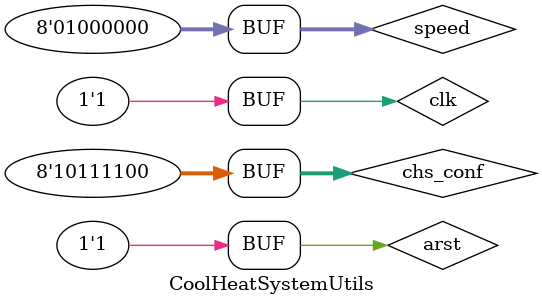
<source format=v>
`timescale 1ns / 1ps
module CoolHeatSystemUtils(
    );

	reg [7:0] chs_conf, speed;
	reg clk, arst;
	wire [3:0] chs_power;
	wire chs_mode, pwm_data;
	
	 //CoolHeatSystem(arst, clk, speed, chs_conf, chs_power, chs_mode, pwm_data);
	 ModePower modePower(chs_conf, chs_power, chs_mode);
	 FanSpeed fanSpeed(arst, clk, speed, pwm_data);
	 
	 initial begin
			chs_conf = 8'hFFFF;   #100;
         chs_conf = 8'hF56F;   #100;
         chs_conf = 8'h3FFF;   #100;
         chs_conf = 8'h0001;   #100;
         chs_conf = 8'hF10F;   #100;
         chs_conf = 8'h7822;   #100;
         chs_conf = 8'h7ABC;   #100; 
			
			clk = 0;
			arst = 1;
			speed = 8'b01000000;
			#500;
	 end
	 
	 always begin
		#5  clk = 0;
		#5  clk = 1;
	 end
	 
endmodule

</source>
